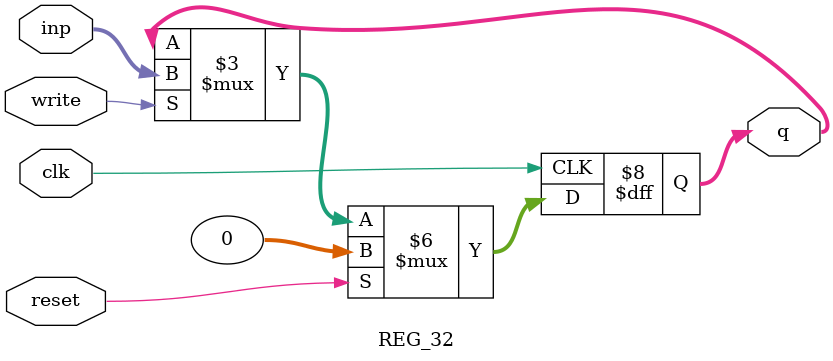
<source format=v>
`timescale 1ns / 1ps
module REG_32(
	input clk,
	input [31:0]inp,
	input reset,
	input write,
	output reg [31:0]q
    );
	initial begin
		q = 0;
	end
	always @ ( posedge clk ) begin 
		if (reset)
			q <= 0;
		else if(write)
			q <= inp;
	end

endmodule

</source>
